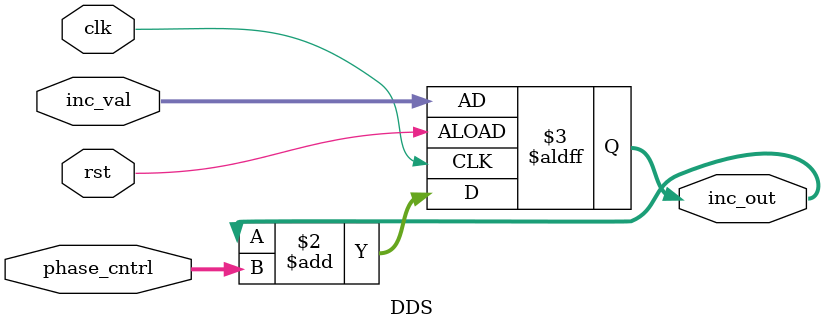
<source format=v>
module DDS(input clk,input rst,input [7:0] phase_cntrl, input [7:0] inc_val, output reg [7:0] inc_out);
    always @(posedge clk or posedge rst) begin
        if (rst) inc_out <= inc_val;
        else inc_out <= inc_out + phase_cntrl;
    end
endmodule
</source>
